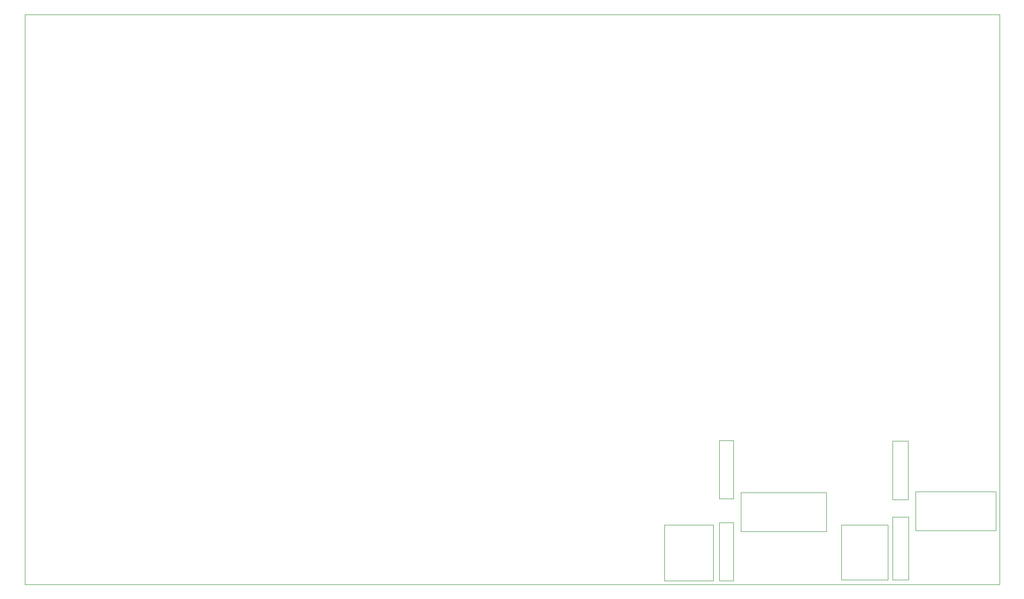
<source format=gbr>
%TF.GenerationSoftware,KiCad,Pcbnew,8.0.5*%
%TF.CreationDate,2025-01-24T10:40:51+05:30*%
%TF.ProjectId,racer_panelizatio_version2_,72616365-725f-4706-916e-656c697a6174,rev?*%
%TF.SameCoordinates,Original*%
%TF.FileFunction,Profile,NP*%
%FSLAX46Y46*%
G04 Gerber Fmt 4.6, Leading zero omitted, Abs format (unit mm)*
G04 Created by KiCad (PCBNEW 8.0.5) date 2025-01-24 10:40:51*
%MOMM*%
%LPD*%
G01*
G04 APERTURE LIST*
%TA.AperFunction,Profile*%
%ADD10C,0.100000*%
%TD*%
G04 APERTURE END LIST*
D10*
X27350000Y-38230000D02*
X203118000Y-38230000D01*
X203118000Y-141100000D01*
X27350000Y-141100000D01*
X27350000Y-38230000D01*
X152650000Y-115100000D02*
X155150000Y-115100000D01*
X155150000Y-125600000D01*
X152650000Y-125600000D01*
X152650000Y-115100000D01*
X152650000Y-129900000D02*
X155150000Y-129900000D01*
X155150000Y-140400000D01*
X152650000Y-140400000D01*
X152650000Y-129900000D01*
X183850000Y-128950000D02*
X186700000Y-128950000D01*
X186700000Y-140250000D01*
X183850000Y-140250000D01*
X183850000Y-128950000D01*
X174650000Y-130350000D02*
X183000000Y-130350000D01*
X183000000Y-140250000D01*
X174650000Y-140250000D01*
X174650000Y-130350000D01*
X156500000Y-124500000D02*
X171900000Y-124500000D01*
X171900000Y-131550000D01*
X156500000Y-131550000D01*
X156500000Y-124500000D01*
X188000000Y-124350000D02*
X202500000Y-124350000D01*
X202500000Y-131400000D01*
X188000000Y-131400000D01*
X188000000Y-124350000D01*
X183825000Y-115150000D02*
X186675000Y-115150000D01*
X186675000Y-125800000D01*
X183825000Y-125800000D01*
X183825000Y-115150000D01*
X142700000Y-130350000D02*
X151550000Y-130350000D01*
X151550000Y-140450000D01*
X142700000Y-140450000D01*
X142700000Y-130350000D01*
M02*

</source>
